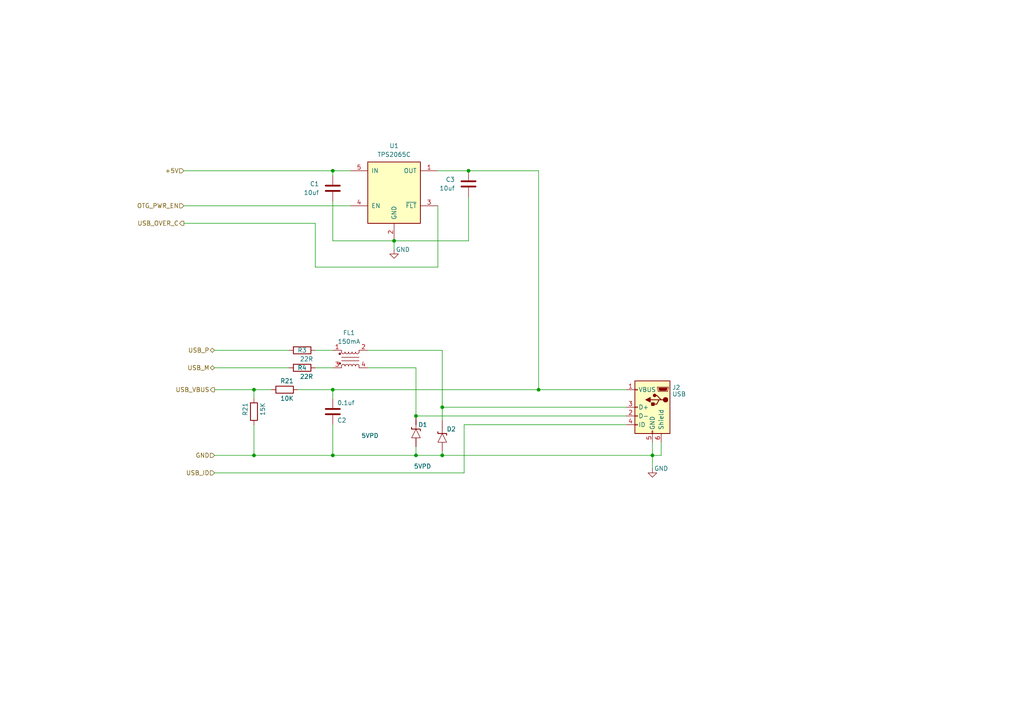
<source format=kicad_sch>
(kicad_sch (version 20230121) (generator eeschema)
  (paper "A4")
  (title_block (rev "R0.1") (company "Up&Up") (comment 1 "Engineer: Pooh Cook") (comment 2 "Waddle Test Design"))
  (lib_symbols
    (symbol "Device:C" (pin_numbers hide) (pin_names (offset 0.254))
      (property "Reference" "C" (at 0.635 2.54 0))
      (property "Value" "C" (at 0.635 -2.54 0))
      (symbol "C_0_1"
        (polyline (pts (xy -2.032 -0.762) (xy 2.032 -0.762)) (stroke (width 0.508)))
        (polyline (pts (xy -2.032 0.762) (xy 2.032 0.762)) (stroke (width 0.508)))
      )
      (symbol "C_1_1"
        (pin passive line (at 0 3.81 270) (length 2.794) (name "~") (number "1"))
        (pin passive line (at 0 -3.81 90) (length 2.794) (name "~") (number "2"))
      )
    )
    (symbol "Device:R" (pin_numbers hide) (pin_names (offset 0))
      (property "Reference" "R" (at 2.032 0 90))
      (property "Value" "R" (at 0 0 90))
      (symbol "R_0_1"
        (rectangle (start -1.016 -2.54) (end 1.016 2.54) (stroke (width 0.254)))
      )
      (symbol "R_1_1"
        (pin passive line (at 0 3.81 270) (length 1.27) (name "~") (number "1"))
        (pin passive line (at 0 -3.81 90) (length 1.27) (name "~") (number "2"))
      )
    )
    (symbol "power:GND" (power) (pin_names (offset 0))
      (property "Value" "GND" (at 0 -3.81 0))
      (symbol "GND_0_1"
        (polyline (pts (xy 0 0) (xy 0 -1.27) (xy 1.27 -1.27) (xy 0 -2.54) (xy -1.27 -1.27) (xy 0 -1.27)))
      )
      (symbol "GND_1_1"
        (pin power_in line (at 0 0 270) (length 0) hide (name "GND") (number "1"))
      )
    )
    (symbol "sb4_module_local:Choke_Schaffner_RN102-0.3-02-22M" (pin_names hide)
      (property "Reference" "FL" (at 0 5.08 0))
      (property "Value" "Choke_Schaffner_RN102-0.3-02-22M" (at 0 -5.08 0))
      (symbol "Choke_Schaffner_RN102-0.3-02-22M_1_1"
        (circle (center -3.048 -1.27) (radius 0.254) (fill (type outline)))
        (circle (center -3.048 1.524) (radius 0.254) (fill (type outline)))
        (arc (start -2.54 2.032) (mid -2.032 1.5262) (end -1.524 2.032))
        (arc (start -1.524 -2.032) (mid -2.032 -1.5262) (end -2.54 -2.032))
        (arc (start -1.524 2.032) (mid -1.016 1.5262) (end -0.508 2.032))
        (arc (start -0.508 -2.032) (mid -1.016 -1.5262) (end -1.524 -2.032))
        (arc (start -0.508 2.032) (mid 0 1.5262) (end 0.508 2.032))
        (polyline (pts (xy -2.54 -2.032) (xy -2.54 -2.54)))
        (polyline (pts (xy -2.54 0.508) (xy 2.54 0.508)))
        (polyline (pts (xy -2.54 2.032) (xy -2.54 2.54)))
        (polyline (pts (xy 2.54 -2.032) (xy 2.54 -2.54)))
        (polyline (pts (xy 2.54 -0.508) (xy -2.54 -0.508)))
        (polyline (pts (xy 2.54 2.54) (xy 2.54 2.032)))
        (arc (start 0.508 -2.032) (mid 0 -1.5262) (end -0.508 -2.032))
        (arc (start 0.508 2.032) (mid 1.016 1.5262) (end 1.524 2.032))
        (arc (start 1.524 -2.032) (mid 1.016 -1.5262) (end 0.508 -2.032))
        (arc (start 1.524 2.032) (mid 2.032 1.5262) (end 2.54 2.032))
        (arc (start 2.54 -2.032) (mid 2.032 -1.5262) (end 1.524 -2.032))
        (pin passive line (at -5.08 2.54 0) (length 2.54) (name "1") (number "1"))
        (pin passive line (at 5.08 2.54 180) (length 2.54) (name "2") (number "2"))
        (pin passive line (at -5.08 -2.54 0) (length 2.54) (name "3") (number "3"))
        (pin passive line (at 5.08 -2.54 180) (length 2.54) (name "4") (number "4"))
      )
    )
    (symbol "sb4_module_local:D_TVS_UNI" (pin_numbers hide) (pin_names (offset 1.016) hide)
      (property "Reference" "D?" (at 0 6.985 0))
      (property "Value" "D_TVS_UNI" (at 0 4.445 0))
      (symbol "D_TVS_UNI_0_1"
        (polyline (pts (xy 0 0) (xy -2.54 0)))
        (polyline (pts (xy 0 0) (xy 2.54 1.27) (xy 2.54 -1.27) (xy 0 0)))
        (polyline (pts (xy 0.508 1.27) (xy 0 1.27) (xy 0 -1.27) (xy -0.508 -1.27)) (stroke (width 0.254)))
      )
      (symbol "D_TVS_UNI_1_1"
        (pin passive line (at -3.81 0 0) (length 2.54) (name "A1") (number "1"))
        (pin passive line (at 5.08 0 180) (length 2.54) (name "A2") (number "2"))
      )
    )
    (symbol "sb4_module_local:TPS2065C" (pin_names (offset 1.016))
      (property "Reference" "U" (at 0 10.795 0))
      (property "Value" "TPS2065C" (at 0 8.89 0))
      (symbol "TPS2065C_0_1"
        (rectangle (start -7.62 7.62) (end 7.62 -10.16) (stroke (width 0.254)) (fill (type background)))
      )
      (symbol "TPS2065C_1_1"
        (pin passive line (at 12.7 5.08 180) (length 5.08) (name "OUT") (number "1"))
        (pin power_in line (at 0 -15.24 90) (length 5.08) (name "GND") (number "2"))
        (pin open_collector line (at 12.7 -5.08 180) (length 5.08) (name "~{FLT}") (number "3"))
        (pin input line (at -12.7 -5.08 0) (length 5.08) (name "EN") (number "4"))
        (pin power_in line (at -12.7 5.08 0) (length 5.08) (name "IN") (number "5"))
      )
    )
    (symbol "sb4_module_local:USB_B_Micro" (pin_names (offset 1.016))
      (property "Reference" "J" (at -5.08 11.43 0))
      (property "Value" "USB_B_Micro" (at -5.08 8.89 0))
      (symbol "USB_B_Micro_0_1"
        (rectangle (start -5.08 -7.62) (end 5.08 7.62) (stroke (width 0.254)) (fill (type background)))
        (circle (center -3.81 2.159) (radius 0.635) (stroke (width 0.254)) (fill (type outline)))
        (circle (center -0.635 3.429) (radius 0.381) (stroke (width 0.254)) (fill (type outline)))
        (rectangle (start -0.127 -7.62) (end 0.127 -6.858))
        (polyline (pts (xy -1.905 2.159) (xy 0.635 2.159)) (stroke (width 0.254)))
        (polyline (pts (xy -3.175 2.159) (xy -2.54 2.159) (xy -1.27 3.429) (xy -0.635 3.429)) (stroke (width 0.254)))
        (polyline (pts (xy -2.54 2.159) (xy -1.905 2.159) (xy -1.27 0.889) (xy 0 0.889)) (stroke (width 0.254)))
        (polyline (pts (xy 0.635 2.794) (xy 0.635 1.524) (xy 1.905 2.159) (xy 0.635 2.794)) (stroke (width 0.254)) (fill (type outline)))
        (polyline (pts (xy -4.318 5.588) (xy -1.778 5.588) (xy -2.032 4.826) (xy -4.064 4.826) (xy -4.318 5.588)) (fill (type outline)))
        (polyline (pts (xy -4.699 5.842) (xy -4.699 5.588) (xy -4.445 4.826) (xy -4.445 4.572) (xy -1.651 4.572) (xy -1.651 4.826) (xy -1.397 5.588) (xy -1.397 5.842) (xy -4.699 5.842)))
        (rectangle (start 0.254 1.27) (end -0.508 0.508) (stroke (width 0.254)) (fill (type outline)))
        (rectangle (start 5.08 -5.207) (end 4.318 -4.953))
        (rectangle (start 5.08 -2.667) (end 4.318 -2.413))
        (rectangle (start 5.08 -0.127) (end 4.318 0.127))
        (rectangle (start 5.08 4.953) (end 4.318 5.207))
      )
      (symbol "USB_B_Micro_1_1"
        (pin power_out line (at 7.62 5.08 180) (length 2.54) (name "VBUS") (number "1"))
        (pin bidirectional line (at 7.62 -2.54 180) (length 2.54) (name "D-") (number "2"))
        (pin bidirectional line (at 7.62 0 180) (length 2.54) (name "D+") (number "3"))
        (pin passive line (at 7.62 -5.08 180) (length 2.54) (name "ID") (number "4"))
        (pin power_in line (at 0 -10.16 90) (length 2.54) (name "GND") (number "5"))
        (pin passive line (at -2.54 -10.16 90) (length 2.54) (name "Shield") (number "6"))
      )
    )
  )
  (junction (at 189.23 132.08))
  (junction (at 114.3 69.85))
  (junction (at 96.52 113.03))
  (junction (at 120.65 120.65))
  (junction (at 135.89 49.53))
  (junction (at 128.27 118.11))
  (junction (at 96.52 132.08))
  (junction (at 156.21 113.03))
  (junction (at 96.52 49.53))
  (junction (at 120.65 132.08))
  (junction (at 73.66 132.08))
  (junction (at 128.27 132.08))
  (junction (at 73.66 113.03))
  (wire (pts (xy 62.23 132.08) (xy 73.66 132.08)))
  (wire (pts (xy 62.23 106.68) (xy 83.82 106.68)))
  (wire (pts (xy 96.52 115.57) (xy 96.52 113.03)))
  (wire (pts (xy 91.44 64.77) (xy 53.34 64.77)))
  (wire (pts (xy 127 59.69) (xy 127 77.47)))
  (wire (pts (xy 96.52 113.03) (xy 156.21 113.03)))
  (wire (pts (xy 62.23 101.6) (xy 83.82 101.6)))
  (wire (pts (xy 128.27 118.11) (xy 128.27 121.92)))
  (wire (pts (xy 134.62 123.19) (xy 181.61 123.19)))
  (wire (pts (xy 106.68 101.6) (xy 128.27 101.6)))
  (wire (pts (xy 62.23 137.16) (xy 134.62 137.16)))
  (wire (pts (xy 189.23 128.27) (xy 189.23 132.08)))
  (wire (pts (xy 91.44 77.47) (xy 91.44 64.77)))
  (wire (pts (xy 96.52 58.42) (xy 96.52 69.85)))
  (wire (pts (xy 135.89 69.85) (xy 114.3 69.85)))
  (wire (pts (xy 135.89 49.53) (xy 156.21 49.53)))
  (wire (pts (xy 128.27 130.81) (xy 128.27 132.08)))
  (wire (pts (xy 96.52 123.19) (xy 96.52 132.08)))
  (wire (pts (xy 134.62 123.19) (xy 134.62 137.16)))
  (wire (pts (xy 156.21 49.53) (xy 156.21 113.03)))
  (wire (pts (xy 128.27 118.11) (xy 181.61 118.11)))
  (wire (pts (xy 120.65 132.08) (xy 128.27 132.08)))
  (wire (pts (xy 53.34 59.69) (xy 101.6 59.69)))
  (wire (pts (xy 120.65 106.68) (xy 120.65 120.65)))
  (wire (pts (xy 127 77.47) (xy 91.44 77.47)))
  (wire (pts (xy 96.52 49.53) (xy 96.52 50.8)))
  (wire (pts (xy 96.52 49.53) (xy 53.34 49.53)))
  (wire (pts (xy 106.68 106.68) (xy 120.65 106.68)))
  (wire (pts (xy 128.27 132.08) (xy 189.23 132.08)))
  (wire (pts (xy 191.77 128.27) (xy 191.77 132.08)))
  (wire (pts (xy 135.89 57.15) (xy 135.89 69.85)))
  (wire (pts (xy 73.66 123.19) (xy 73.66 132.08)))
  (wire (pts (xy 120.65 129.54) (xy 120.65 132.08)))
  (wire (pts (xy 96.52 132.08) (xy 120.65 132.08)))
  (wire (pts (xy 156.21 113.03) (xy 181.61 113.03)))
  (wire (pts (xy 191.77 132.08) (xy 189.23 132.08)))
  (wire (pts (xy 189.23 132.08) (xy 189.23 135.89)))
  (wire (pts (xy 86.36 113.03) (xy 96.52 113.03)))
  (wire (pts (xy 73.66 113.03) (xy 73.66 115.57)))
  (wire (pts (xy 73.66 132.08) (xy 96.52 132.08)))
  (wire (pts (xy 96.52 49.53) (xy 101.6 49.53)))
  (wire (pts (xy 73.66 113.03) (xy 78.74 113.03)))
  (wire (pts (xy 128.27 101.6) (xy 128.27 118.11)))
  (wire (pts (xy 91.44 101.6) (xy 96.52 101.6)))
  (wire (pts (xy 120.65 120.65) (xy 181.61 120.65)))
  (wire (pts (xy 62.23 113.03) (xy 73.66 113.03)))
  (wire (pts (xy 96.52 69.85) (xy 114.3 69.85)))
  (wire (pts (xy 114.3 69.85) (xy 114.3 72.39)))
  (wire (pts (xy 91.44 106.68) (xy 96.52 106.68)))
  (wire (pts (xy 135.89 49.53) (xy 127 49.53)))
  (hierarchical_label "GND" (shape input) (at 62.23 132.08 180))
  (hierarchical_label "OTG_PWR_EN" (shape input) (at 53.34 59.69 180))
  (hierarchical_label "+5V" (shape input) (at 53.34 49.53 180))
  (hierarchical_label "USB_P" (shape bidirectional) (at 62.23 101.6 180))
  (hierarchical_label "USB_ID" (shape input) (at 62.23 137.16 180))
  (hierarchical_label "USB_VBUS" (shape output) (at 62.23 113.03 180))
  (hierarchical_label "USB_OVER_C" (shape output) (at 53.34 64.77 180))
  (hierarchical_label "USB_M" (shape bidirectional) (at 62.23 106.68 180))
  (symbol (lib_id "sb4_module_local:D_TVS_UNI") (at 120.65 124.46 270) (unit 1)
    (property "Reference" "D1" (at 121.285 123.19 90) (effects (justify left)))
    (property "Value" "5VPD" (at 104.775 126.365 90) (effects (justify left)))
    (property "Footprint" "local:D_SOD-923" (effects hide))
    (property "LCSC Part Number" "C2912560" (effects hide))
    (property "PartNumber" "ESD9L5.0ST5G-P" (effects hide))
    (property "cost" "0.0187" (effects hide))
    (property "Description" "Diode,ESD,SMD,SOD-923,0.5pF,5mW,80mA,5V,14V,60W,4A,30KV,30KV,-55~125℃,ESD9L5.0ST5G-P,TECH PUBLIC" (effects hide))
    (property "Sysgration Part Num" "128-0000021" (effects hide))
    (instances (project "waddle" (path "" (reference "D1") (unit 1))) (project "sb4_module" (path "" (reference "D6") (unit 1))))
  )
  (symbol (lib_id "Device:R") (at 73.66 119.38 0) (unit 1)
    (property "Reference" "R21" (at 71.12 120.65 90) (effects (justify left)))
    (property "Value" "15K" (at 76.2 120.65 90) (effects (justify left)))
    (property "Footprint" "Resistor_SMD:R_0603_1608Metric" (effects hide))
    (property "LCSC Part Number" "C22809" (effects hide))
    (property "PartNumber" "0603WAF1502T5E" (effects hide))
    (property "cost" "0.0005" (effects hide))
    (instances (project "waddle" (path "" (reference "R21") (unit 1)) (path "" (reference "R1") (unit 1))) (project "SCH_SB4_TestFixture" (path "" (reference "R5") (unit 1))) (project "sb4_module" (path "" (reference "R30") (unit 1))) (project "lumpy" (path "" (reference "R3") (unit 1))))
  )
  (symbol (lib_id "sb4_module_local:TPS2065C") (at 114.3 54.61 0) (unit 1)
    (property "Reference" "U1" (at 114.3 42.291 0))
    (property "Value" "TPS2065C" (at 114.3 44.831 0))
    (property "Footprint" "local:SOT-23-5" (effects hide))
    (property "LCSC Part Number" "C353882" (effects hide))
    (property "PartNumber" "TPS2065CDBVR" (effects hide))
    (property "cost" "0.243" (effects hide))
    (property "Description" "IC,SMD,SWITCH,SOT-23-5,TPS2065CDBVR,TI" (effects hide))
    (property "Sysgration Part Num" "110-1022065-011" (effects hide))
    (instances (project "waddle" (path "" (reference "U1") (unit 1))) (project "sb4_module" (path "" (reference "U4") (unit 1))))
  )
  (symbol (lib_id "Device:C") (at 96.52 54.61 0) (mirror y) (unit 1)
    (property "Reference" "C1" (at 92.583 53.3399 0) (effects (justify left)))
    (property "Value" "10uf" (at 92.583 55.8799 0) (effects (justify left)))
    (property "Footprint" "Capacitor_SMD:C_0603_1608Metric" (effects hide))
    (property "LCSC Part Number" "C92782" (effects hide))
    (property "PartNumber" "JMK107BJ106KA-T" (effects hide))
    (property "cost" "0.0069" (effects hide))
    (property "Description" "CAP,MLCC,10uF,10V,X5R,±10%,0603,CL10A106KP8NNNC,SAMSUNG" (effects hide))
    (property "Sysgration Part Num" "200-3106027-271" (effects hide))
    (instances (project "waddle" (path "" (reference "C1") (unit 1))) (project "sb4_module" (path "" (reference "C10") (unit 1))))
  )
  (symbol (lib_id "Device:R") (at 82.55 113.03 270) (unit 1)
    (property "Reference" "R21" (at 81.28 110.49 90) (effects (justify left)))
    (property "Value" "10K" (at 81.28 115.57 90) (effects (justify left)))
    (property "Footprint" "Resistor_SMD:R_0603_1608Metric" (effects hide))
    (property "LCSC Part Number" "C25804" (effects hide))
    (property "PartNumber" "0603WAF1002T5E" (effects hide))
    (property "cost" "0.0005" (effects hide))
    (instances (project "waddle" (path "" (reference "R21") (unit 1)) (path "" (reference "R2") (unit 1))) (project "SCH_SB4_TestFixture" (path "" (reference "R5") (unit 1))) (project "sb4_module" (path "" (reference "R30") (unit 1))) (project "lumpy" (path "" (reference "R3") (unit 1))))
  )
  (symbol (lib_id "sb4_module_local:Choke_Schaffner_RN102-0.3-02-22M") (at 101.6 104.14 0) (unit 1)
    (property "Reference" "FL1" (at 101.219 96.52 0))
    (property "Value" "150mA" (at 101.219 99.06 0))
    (property "Footprint" "local:DLP11SA900HL2L" (effects hide))
    (property "Datasheet" "https://www.schaffner.com/products/download/product/datasheet/rn-series-common-mode-chokes-new/" (effects hide))
    (property "LCSC Part Number" "C76895" (effects hide))
    (property "PartNumber" "DLP11SA900HL2L" (effects hide))
    (property "cost" "0.0634" (effects hide))
    (property "Description" "Inductor,Choke,SMD,Common Mode ,600mΩ,0H,25%,Irated,150mA,1.25*1*0.6mm,-40~85℃,FC1210BF2-900A,Feng Jui Technology Co., Ltd." (effects hide))
    (property "Sysgration Part Num" "161-0000281" (effects hide))
  )
  (symbol (lib_id "Device:C") (at 96.52 119.38 0) (mirror x) (unit 1)
    (property "Reference" "C2" (at 97.79 121.92 0) (effects (justify left)))
    (property "Value" "0.1uf" (at 97.79 116.84 0) (effects (justify left)))
    (property "Footprint" "Capacitor_SMD:C_0603_1608Metric" (effects hide))
    (property "PartNumber" "CC0603KRX7R9BB104" (effects hide))
    (property "LCSC Part Number" "C14663" (effects hide))
    (property "cost" "0.0013" (effects hide))
    (property "Description" "CAP,MLCC,100nF,50V,X7R,±10%,0603,CC0603KRX7R9BB104,YAGEO" (effects hide))
    (property "Sysgration Part Num" "200-3104071-171" (effects hide))
    (instances (project "waddle" (path "" (reference "C2") (unit 1))) (project "sb4_module" (path "" (reference "C8") (unit 1))))
  )
  (symbol (lib_id "Device:C") (at 135.89 53.34 0) (mirror y) (unit 1)
    (property "Reference" "C3" (at 131.953 52.0699 0) (effects (justify left)))
    (property "Value" "10uf" (at 131.953 54.6099 0) (effects (justify left)))
    (property "Footprint" "Capacitor_SMD:C_0603_1608Metric" (effects hide))
    (property "LCSC Part Number" "C92782" (effects hide))
    (property "PartNumber" "JMK107BJ106KA-T" (effects hide))
    (property "cost" "0.0069" (effects hide))
    (property "Description" "CAP,MLCC,10uF,10V,X5R,±10%,0603,CL10A106KP8NNNC,SAMSUNG" (effects hide))
    (property "Sysgration Part Num" "200-3106027-271" (effects hide))
    (instances (project "waddle" (path "" (reference "C3") (unit 1))) (project "sb4_module" (path "" (reference "C9") (unit 1))))
  )
  (symbol (lib_id "sb4_module_local:D_TVS_UNI") (at 128.27 125.73 270) (unit 1)
    (property "Reference" "D2" (at 129.54 124.46 90) (effects (justify left)))
    (property "Value" "5VPD" (at 120.015 135.255 90) (effects (justify left)))
    (property "Footprint" "local:D_SOD-923" (effects hide))
    (property "LCSC Part Number" "C2912560" (effects hide))
    (property "PartNumber" "ESD9L5.0ST5G-P" (effects hide))
    (property "cost" "0.0187" (effects hide))
    (property "Description" "Diode,ESD,SMD,SOD-923,0.5pF,5mW,80mA,5V,14V,60W,4A,30KV,30KV,-55~125℃,ESD9L5.0ST5G-P,TECH PUBLIC" (effects hide))
    (property "Sysgration Part Num" "128-0000021" (effects hide))
    (instances (project "waddle" (path "" (reference "D2") (unit 1))) (project "sb4_module" (path "" (reference "D8") (unit 1))))
  )
  (symbol (lib_id "power:GND") (at 189.23 135.89 0) (unit 1)
    (property "Reference" "#PWR02" (effects hide))
    (property "Value" "GND" (at 191.77 135.89 0))
    (instances (project "waddle" (path "" (reference "#PWR02") (unit 1))) (project "sb4_module" (path "" (reference "#PWR040") (unit 1))))
  )
  (symbol (lib_id "Device:R") (at 87.63 101.6 90) (unit 1)
    (property "Reference" "R3" (at 87.63 101.6 90))
    (property "Value" "22R" (at 88.9 104.14 90))
    (property "Footprint" "Resistor_SMD:R_0603_1608Metric" (effects hide))
    (property "LCSC Part Number" "C23345" (effects hide))
    (property "PartNumber" "0603WAF220JT5E" (effects hide))
    (property "cost" "0.0012" (effects hide))
  )
  (symbol (lib_id "Device:R") (at 87.63 106.68 90) (unit 1)
    (property "Reference" "R4" (at 87.63 106.68 90))
    (property "Value" "22R" (at 88.9 109.22 90))
    (property "Footprint" "Resistor_SMD:R_0603_1608Metric" (effects hide))
    (property "LCSC Part Number" "C23345" (effects hide))
    (property "PartNumber" "0603WAF220JT5E" (effects hide))
    (property "cost" "0.0012" (effects hide))
  )
  (symbol (lib_id "power:GND") (at 114.3 72.39 0) (unit 1)
    (property "Reference" "#PWR01" (effects hide))
    (property "Value" "GND" (at 116.84 72.39 0))
    (instances (project "waddle" (path "" (reference "#PWR01") (unit 1))) (project "sb4_module" (path "" (reference "#PWR040") (unit 1))))
  )
  (symbol (lib_id "sb4_module_local:USB_B_Micro") (at 189.23 118.11 0) (mirror y) (unit 1)
    (property "Reference" "J2" (at 194.945 112.395 0) (effects (justify right)))
    (property "Value" "USB" (at 194.945 114.3 0) (effects (justify right)))
    (property "Footprint" "local:USB_MICRO_5.9mm" (effects hide))
    (property "LCSC Part Number" "C393940" (effects hide))
    (property "PartNumber" "MICRO5.9mmusb" (effects hide))
    (property "cost" "0.0185" (effects hide))
    (property "Description" "CONN,USB Micro,SMD,180°,-30~80℃,CMUB022AME1-BP1N,CHAMPWAY ELECTRONICS CO., LTD." (effects hide))
    (property "Sysgration Part Num" "305-0000071" (effects hide))
    (instances (project "waddle" (path "" (reference "J2") (unit 1))) (project "sb4_module" (path "" (reference "J6") (unit 1))))
  )
)
</source>
